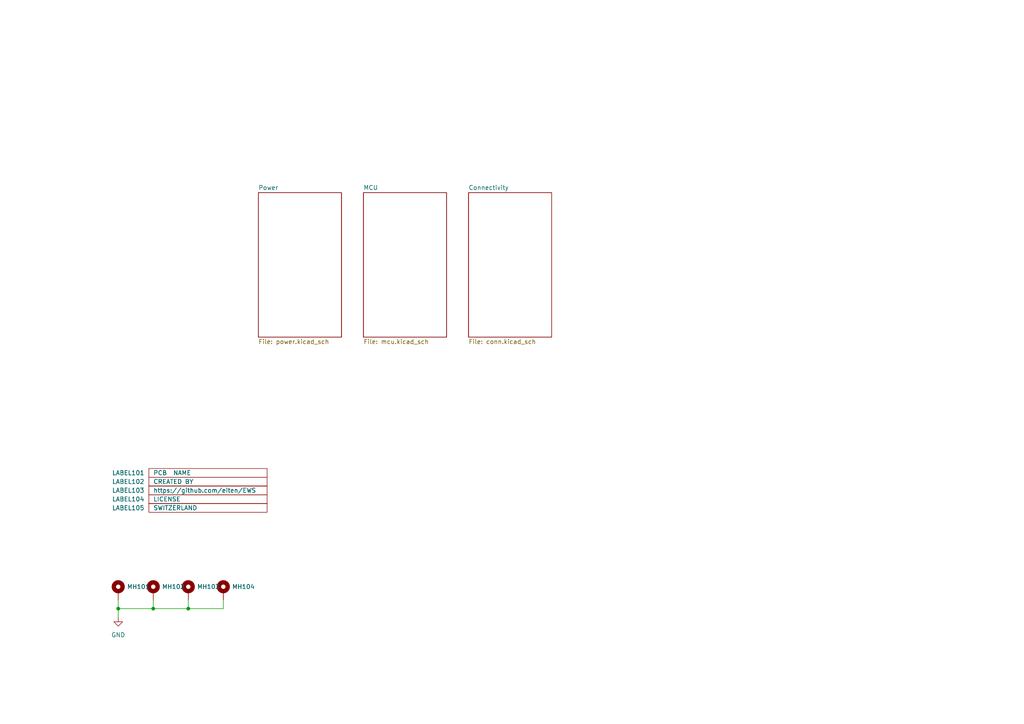
<source format=kicad_sch>
(kicad_sch (version 20250114) (generator "eeschema") (generator_version "9.0")
  (paper "A4")
  (title_block (title "EWS - Power, CANbus and USB HAT for 3D Printers") (date "2025-12-04") (rev "${PROJEKT_REV}") (company "Eduard Iten") (comment 1 "CC BY-NC-SA 4.0"))
  (lib_symbols
    (symbol "Mechanical:MountingHole_Pad" (pin_numbers (hide yes)) (pin_names (offset 1.016) (hide yes)) (in_bom no)
      (property "Reference" "H" (at 0 6.35 0))
      (property "Value" "MountingHole_Pad" (at 0 4.445 0))
      (symbol "MountingHole_Pad_0_1"
        (circle (center 0 1.27) (radius 1.27) (stroke (width 1.27)))
      )
      (symbol "MountingHole_Pad_1_1"
        (pin input line (at 0 -2.54 90) (length 2.54) (name "1") (number "1"))
      )
    )
    (symbol "power:GND" (power) (pin_numbers (hide yes)) (pin_names (offset 0) (hide yes))
      (property "Value" "GND" (at 0 -3.81 0))
      (symbol "GND_0_1"
        (polyline (pts (xy 0 0) (xy 0 -1.27) (xy 1.27 -1.27) (xy 0 -2.54) (xy -1.27 -1.27) (xy 0 -1.27)))
      )
      (symbol "GND_1_1"
        (pin power_in line (at 0 0 270) (length 0) (name "~") (number "1"))
      )
    )
    (symbol "project:LABEL_CREATED_BY"
      (property "Reference" "LABEL" (at -1.27 0 0))
      (property "Value" "CREATED BY" (at 1.27 0 0))
      (symbol "LABEL_CREATED_BY_0_1"
        (rectangle (start 0 1.27) (end 34.29 -1.27))
      )
    )
    (symbol "project:LABEL_LICENSE"
      (property "Reference" "LABEL" (at -1.27 0 0))
      (property "Value" "LICENSE" (at 1.27 0 0))
      (symbol "LABEL_LICENSE_0_1"
        (rectangle (start 0 1.27) (end 34.29 -1.27))
      )
    )
    (symbol "project:LABEL_PCB_NAME"
      (property "Reference" "LABEL" (at -1.27 0 0))
      (property "Value" "PCB  NAME" (at 1.27 0 0))
      (symbol "LABEL_PCB_NAME_0_1"
        (rectangle (start 0 1.27) (end 34.29 -1.27))
      )
    )
    (symbol "project:LABEL_QR_CODE"
      (property "Reference" "LABEL" (at -1.27 0 0))
      (property "Value" "https://github.com/eiten/EWS" (at 1.27 0 0))
      (symbol "LABEL_QR_CODE_0_1"
        (rectangle (start 0 1.27) (end 34.29 -1.27))
      )
    )
    (symbol "project:LABEL_SWITZERLAND"
      (property "Reference" "LABEL" (at -1.27 0 0))
      (property "Value" "SWITZERLAND" (at 1.27 0 0))
      (symbol "LABEL_SWITZERLAND_0_1"
        (rectangle (start 0 1.27) (end 34.29 -1.27))
      )
    )
  )
  (junction (at 54.61 176.53))
  (junction (at 44.45 176.53))
  (junction (at 34.29 176.53))
  (wire (pts (xy 34.29 173.99) (xy 34.29 176.53)))
  (wire (pts (xy 54.61 173.99) (xy 54.61 176.53)))
  (wire (pts (xy 64.77 176.53) (xy 54.61 176.53)))
  (wire (pts (xy 34.29 176.53) (xy 34.29 179.07)))
  (wire (pts (xy 64.77 173.99) (xy 64.77 176.53)))
  (wire (pts (xy 34.29 176.53) (xy 44.45 176.53)))
  (wire (pts (xy 44.45 173.99) (xy 44.45 176.53)))
  (wire (pts (xy 54.61 176.53) (xy 44.45 176.53)))
  (symbol (lib_id "project:LABEL_PCB_NAME") (at 43.18 137.16 0) (unit 1) (in_bom no)
    (property "Reference" "LABEL101" (at 41.91 137.16 0) (effects (justify right)))
    (property "Value" "PCB  NAME" (at 44.45 137.16 0) (effects (justify left)))
    (property "Footprint" "project:EWS Rev. 1.0" (effects (hide yes)))
  )
  (symbol (lib_id "project:LABEL_CREATED_BY") (at 43.18 139.7 0) (unit 1) (in_bom no)
    (property "Reference" "LABEL102" (at 41.91 139.7 0) (effects (justify right)))
    (property "Value" "CREATED BY" (at 44.45 139.7 0) (effects (justify left)))
    (property "Footprint" "project:EduardIten" (effects (hide yes)))
  )
  (symbol (lib_id "Mechanical:MountingHole_Pad") (at 44.45 171.45 0) (unit 1) (in_bom no)
    (property "Reference" "MH102" (at 46.99 170.18 0) (effects (justify left)))
    (property "Value" "MountingHole_Pad" (effects (hide yes)))
    (property "Footprint" "MountingHole:MountingHole_2.7mm_Pad_Via" (effects (hide yes)))
    (property "Description" "Mounting Hole with connection" (effects (hide yes)))
  )
  (symbol (lib_id "Mechanical:MountingHole_Pad") (at 54.61 171.45 0) (unit 1) (in_bom no)
    (property "Reference" "MH103" (at 57.15 170.18 0) (effects (justify left)))
    (property "Value" "MountingHole_Pad" (effects (hide yes)))
    (property "Footprint" "MountingHole:MountingHole_2.7mm_Pad_Via" (effects (hide yes)))
    (property "Description" "Mounting Hole with connection" (effects (hide yes)))
  )
  (symbol (lib_id "power:GND") (at 34.29 179.07 0) (unit 1)
    (property "Reference" "#PWR0101" (effects (hide yes)))
    (property "Value" "GND" (at 34.29 184.15 0))
    (property "Description" "Power symbol creates a global label with name \"GND\" , ground" (effects (hide yes)))
  )
  (symbol (lib_id "Mechanical:MountingHole_Pad") (at 34.29 171.45 0) (unit 1) (in_bom no)
    (property "Reference" "MH101" (at 36.83 170.18 0) (effects (justify left)))
    (property "Value" "MountingHole_Pad" (effects (hide yes)))
    (property "Footprint" "MountingHole:MountingHole_2.7mm_Pad_Via" (effects (hide yes)))
    (property "Description" "Mounting Hole with connection" (effects (hide yes)))
  )
  (symbol (lib_id "project:LABEL_QR_CODE") (at 43.18 142.24 0) (unit 1) (in_bom no)
    (property "Reference" "LABEL103" (at 41.91 142.24 0) (effects (justify right)))
    (property "Value" "https://github.com/eiten/EWS" (at 44.45 142.24 0) (effects (justify left)))
    (property "Footprint" "project:http___github.com_eiten_EWS" (effects (hide yes)))
  )
  (symbol (lib_id "Mechanical:MountingHole_Pad") (at 64.77 171.45 0) (unit 1) (in_bom no)
    (property "Reference" "MH104" (at 67.31 170.18 0) (effects (justify left)))
    (property "Value" "MountingHole_Pad" (effects (hide yes)))
    (property "Footprint" "MountingHole:MountingHole_2.7mm_Pad_Via" (effects (hide yes)))
    (property "Description" "Mounting Hole with connection" (effects (hide yes)))
  )
  (symbol (lib_id "project:LABEL_LICENSE") (at 43.18 144.78 0) (unit 1) (in_bom no)
    (property "Reference" "LABEL104" (at 41.91 144.78 0) (effects (justify right)))
    (property "Value" "LICENSE" (at 44.45 144.78 0) (effects (justify left)))
    (property "Footprint" "project:CC_BY_NC_SA 4" (effects (hide yes)))
  )
  (symbol (lib_id "project:LABEL_SWITZERLAND") (at 43.18 147.32 0) (unit 1) (in_bom no)
    (property "Reference" "LABEL105" (at 41.91 147.32 0) (effects (justify right)))
    (property "Value" "SWITZERLAND" (at 44.45 147.32 0) (effects (justify left)))
    (property "Footprint" "project:Switzerland" (effects (hide yes)))
  )
  (sheet (at 105.41 55.88) (size 24.13 41.91) (stroke (width 0.1524))
    (property "Sheetname" "MCU" (at 105.41 55.1684 0) (effects (justify left bottom)))
    (property "Sheetfile" "mcu.kicad_sch" (at 105.41 98.3746 0) (effects (justify left top)))
  )
  (sheet (at 135.89 55.88) (size 24.13 41.91) (stroke (width 0.1524))
    (property "Sheetname" "Connectivity" (at 135.89 55.1684 0) (effects (justify left bottom)))
    (property "Sheetfile" "conn.kicad_sch" (at 135.89 98.3746 0) (effects (justify left top)))
  )
  (sheet (at 74.93 55.88) (size 24.13 41.91) (stroke (width 0.1524))
    (property "Sheetname" "Power" (at 74.93 55.1684 0) (effects (justify left bottom)))
    (property "Sheetfile" "power.kicad_sch" (at 74.93 98.3746 0) (effects (justify left top)))
  )
)
</source>
